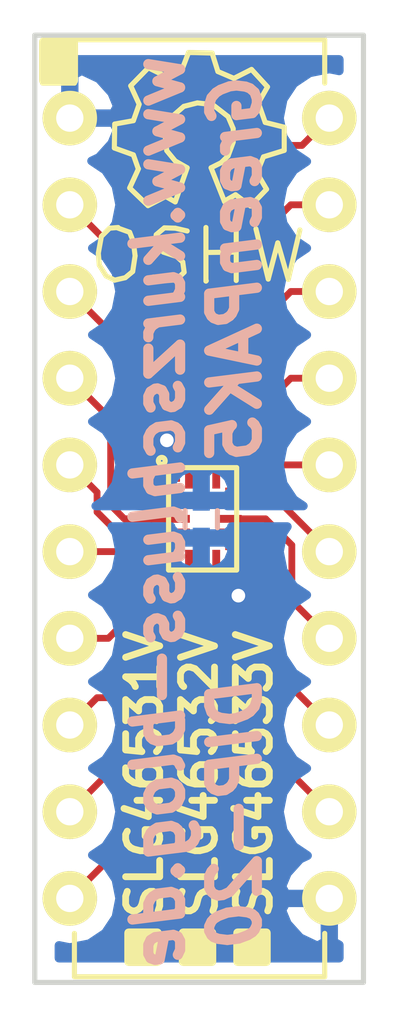
<source format=kicad_pcb>
(kicad_pcb (version 4) (host pcbnew 4.0.2-stable)

  (general
    (links 22)
    (no_connects 0)
    (area 148.895999 120.955999 158.698001 148.855501)
    (thickness 1.6)
    (drawings 6)
    (tracks 101)
    (zones 0)
    (modules 4)
    (nets 21)
  )

  (page A4)
  (layers
    (0 F.Cu signal)
    (31 B.Cu signal)
    (32 B.Adhes user)
    (33 F.Adhes user)
    (34 B.Paste user)
    (35 F.Paste user)
    (36 B.SilkS user)
    (37 F.SilkS user)
    (38 B.Mask user)
    (39 F.Mask user)
    (40 Dwgs.User user)
    (41 Cmts.User user)
    (42 Eco1.User user)
    (43 Eco2.User user)
    (44 Edge.Cuts user)
    (45 Margin user)
    (46 B.CrtYd user)
    (47 F.CrtYd user)
    (48 B.Fab user)
    (49 F.Fab user)
  )

  (setup
    (last_trace_width 0.2)
    (trace_clearance 0.2)
    (zone_clearance 0.508)
    (zone_45_only no)
    (trace_min 0.2)
    (segment_width 0.2)
    (edge_width 0.15)
    (via_size 0.6)
    (via_drill 0.4)
    (via_min_size 0.4)
    (via_min_drill 0.3)
    (uvia_size 0.3)
    (uvia_drill 0.1)
    (uvias_allowed no)
    (uvia_min_size 0.2)
    (uvia_min_drill 0.1)
    (pcb_text_width 0.3)
    (pcb_text_size 1.5 1.5)
    (mod_edge_width 0.15)
    (mod_text_size 1 1)
    (mod_text_width 0.15)
    (pad_size 1.524 1.524)
    (pad_drill 0.762)
    (pad_to_mask_clearance 0.2)
    (aux_axis_origin 0 0)
    (visible_elements 7FFFFFFF)
    (pcbplotparams
      (layerselection 0x010fc_80000001)
      (usegerberextensions false)
      (excludeedgelayer true)
      (linewidth 0.100000)
      (plotframeref false)
      (viasonmask false)
      (mode 1)
      (useauxorigin false)
      (hpglpennumber 1)
      (hpglpenspeed 20)
      (hpglpendiameter 15)
      (hpglpenoverlay 2)
      (psnegative false)
      (psa4output false)
      (plotreference false)
      (plotvalue false)
      (plotinvisibletext false)
      (padsonsilk false)
      (subtractmaskfromsilk false)
      (outputformat 1)
      (mirror false)
      (drillshape 0)
      (scaleselection 1)
      (outputdirectory E3))
  )

  (net 0 "")
  (net 1 "Net-(P1-Pad2)")
  (net 2 "Net-(P1-Pad3)")
  (net 3 "Net-(P1-Pad4)")
  (net 4 "Net-(P1-Pad5)")
  (net 5 "Net-(P1-Pad6)")
  (net 6 "Net-(P1-Pad7)")
  (net 7 "Net-(P1-Pad8)")
  (net 8 "Net-(P1-Pad9)")
  (net 9 "Net-(P1-Pad10)")
  (net 10 "Net-(P1-Pad12)")
  (net 11 "Net-(P1-Pad13)")
  (net 12 "Net-(P1-Pad14)")
  (net 13 "Net-(P1-Pad15)")
  (net 14 "Net-(P1-Pad16)")
  (net 15 "Net-(P1-Pad17)")
  (net 16 "Net-(P1-Pad18)")
  (net 17 "Net-(P1-Pad19)")
  (net 18 "Net-(P1-Pad20)")
  (net 19 GND)
  (net 20 "Net-(C1-Pad2)")

  (net_class Default "Dies ist die voreingestellte Netzklasse."
    (clearance 0.2)
    (trace_width 0.2)
    (via_dia 0.6)
    (via_drill 0.4)
    (uvia_dia 0.3)
    (uvia_drill 0.1)
    (add_net GND)
    (add_net "Net-(C1-Pad2)")
    (add_net "Net-(P1-Pad10)")
    (add_net "Net-(P1-Pad12)")
    (add_net "Net-(P1-Pad13)")
    (add_net "Net-(P1-Pad14)")
    (add_net "Net-(P1-Pad15)")
    (add_net "Net-(P1-Pad16)")
    (add_net "Net-(P1-Pad17)")
    (add_net "Net-(P1-Pad18)")
    (add_net "Net-(P1-Pad19)")
    (add_net "Net-(P1-Pad2)")
    (add_net "Net-(P1-Pad20)")
    (add_net "Net-(P1-Pad3)")
    (add_net "Net-(P1-Pad4)")
    (add_net "Net-(P1-Pad5)")
    (add_net "Net-(P1-Pad6)")
    (add_net "Net-(P1-Pad7)")
    (add_net "Net-(P1-Pad8)")
    (add_net "Net-(P1-Pad9)")
  )

  (module Housings_DIP:DIP-20_W7.62mm (layer F.Cu) (tedit 57C6E1C3) (tstamp 57C6E0D9)
    (at 150 123.46)
    (descr "20-lead dip package, row spacing 7.62 mm (300 mils)")
    (tags "dil dip 2.54 300")
    (path /57C6DFF7)
    (fp_text reference P1 (at 0 -5.22) (layer F.SilkS) hide
      (effects (font (size 1 1) (thickness 0.15)))
    )
    (fp_text value CONN_01X20 (at 0 -3.72) (layer F.Fab) hide
      (effects (font (size 1 1) (thickness 0.15)))
    )
    (fp_line (start -1.05 -2.45) (end -1.05 25.35) (layer F.CrtYd) (width 0.05))
    (fp_line (start 8.65 -2.45) (end 8.65 25.35) (layer F.CrtYd) (width 0.05))
    (fp_line (start -1.05 -2.45) (end 8.65 -2.45) (layer F.CrtYd) (width 0.05))
    (fp_line (start -1.05 25.35) (end 8.65 25.35) (layer F.CrtYd) (width 0.05))
    (fp_line (start 0.135 -2.295) (end 0.135 -1.025) (layer F.SilkS) (width 0.15))
    (fp_line (start 7.485 -2.295) (end 7.485 -1.025) (layer F.SilkS) (width 0.15))
    (fp_line (start 7.485 25.155) (end 7.485 23.885) (layer F.SilkS) (width 0.15))
    (fp_line (start 0.135 25.155) (end 0.135 23.885) (layer F.SilkS) (width 0.15))
    (fp_line (start 0.135 -2.295) (end 7.485 -2.295) (layer F.SilkS) (width 0.15))
    (fp_line (start 0.135 25.155) (end 7.485 25.155) (layer F.SilkS) (width 0.15))
    (fp_line (start 0.135 -1.025) (end -0.8 -1.025) (layer F.SilkS) (width 0.15))
    (pad 1 thru_hole oval (at 0 0) (size 1.6 1.6) (drill 0.8) (layers *.Cu *.Mask F.SilkS)
      (net 20 "Net-(C1-Pad2)"))
    (pad 2 thru_hole oval (at 0 2.54) (size 1.6 1.6) (drill 0.8) (layers *.Cu *.Mask F.SilkS)
      (net 1 "Net-(P1-Pad2)"))
    (pad 3 thru_hole oval (at 0 5.08) (size 1.6 1.6) (drill 0.8) (layers *.Cu *.Mask F.SilkS)
      (net 2 "Net-(P1-Pad3)"))
    (pad 4 thru_hole oval (at 0 7.62) (size 1.6 1.6) (drill 0.8) (layers *.Cu *.Mask F.SilkS)
      (net 3 "Net-(P1-Pad4)"))
    (pad 5 thru_hole oval (at 0 10.16) (size 1.6 1.6) (drill 0.8) (layers *.Cu *.Mask F.SilkS)
      (net 4 "Net-(P1-Pad5)"))
    (pad 6 thru_hole oval (at 0 12.7) (size 1.6 1.6) (drill 0.8) (layers *.Cu *.Mask F.SilkS)
      (net 5 "Net-(P1-Pad6)"))
    (pad 7 thru_hole oval (at 0 15.24) (size 1.6 1.6) (drill 0.8) (layers *.Cu *.Mask F.SilkS)
      (net 6 "Net-(P1-Pad7)"))
    (pad 8 thru_hole oval (at 0 17.78) (size 1.6 1.6) (drill 0.8) (layers *.Cu *.Mask F.SilkS)
      (net 7 "Net-(P1-Pad8)"))
    (pad 9 thru_hole oval (at 0 20.32) (size 1.6 1.6) (drill 0.8) (layers *.Cu *.Mask F.SilkS)
      (net 8 "Net-(P1-Pad9)"))
    (pad 10 thru_hole oval (at 0 22.86) (size 1.6 1.6) (drill 0.8) (layers *.Cu *.Mask F.SilkS)
      (net 9 "Net-(P1-Pad10)"))
    (pad 11 thru_hole oval (at 7.62 22.86) (size 1.6 1.6) (drill 0.8) (layers *.Cu *.Mask F.SilkS)
      (net 19 GND))
    (pad 12 thru_hole oval (at 7.62 20.32) (size 1.6 1.6) (drill 0.8) (layers *.Cu *.Mask F.SilkS)
      (net 10 "Net-(P1-Pad12)"))
    (pad 13 thru_hole oval (at 7.62 17.78) (size 1.6 1.6) (drill 0.8) (layers *.Cu *.Mask F.SilkS)
      (net 11 "Net-(P1-Pad13)"))
    (pad 14 thru_hole oval (at 7.62 15.24) (size 1.6 1.6) (drill 0.8) (layers *.Cu *.Mask F.SilkS)
      (net 12 "Net-(P1-Pad14)"))
    (pad 15 thru_hole oval (at 7.62 12.7) (size 1.6 1.6) (drill 0.8) (layers *.Cu *.Mask F.SilkS)
      (net 13 "Net-(P1-Pad15)"))
    (pad 16 thru_hole oval (at 7.62 10.16) (size 1.6 1.6) (drill 0.8) (layers *.Cu *.Mask F.SilkS)
      (net 14 "Net-(P1-Pad16)"))
    (pad 17 thru_hole oval (at 7.62 7.62) (size 1.6 1.6) (drill 0.8) (layers *.Cu *.Mask F.SilkS)
      (net 15 "Net-(P1-Pad17)"))
    (pad 18 thru_hole oval (at 7.62 5.08) (size 1.6 1.6) (drill 0.8) (layers *.Cu *.Mask F.SilkS)
      (net 16 "Net-(P1-Pad18)"))
    (pad 19 thru_hole oval (at 7.62 2.54) (size 1.6 1.6) (drill 0.8) (layers *.Cu *.Mask F.SilkS)
      (net 17 "Net-(P1-Pad19)"))
    (pad 20 thru_hole oval (at 7.62 0) (size 1.6 1.6) (drill 0.8) (layers *.Cu *.Mask F.SilkS)
      (net 18 "Net-(P1-Pad20)"))
    (model Housings_DIP.3dshapes/DIP-20_W7.62mm.wrl
      (at (xyz 0 0 0))
      (scale (xyz 1 1 1))
      (rotate (xyz 0 0 0))
    )
  )

  (module Capacitors_SMD:C_0402 (layer B.Cu) (tedit 57C6EC98) (tstamp 57C6E115)
    (at 153.86 135.21 90)
    (descr "Capacitor SMD 0402, reflow soldering, AVX (see smccp.pdf)")
    (tags "capacitor 0402")
    (path /57C6E499)
    (attr smd)
    (fp_text reference C1 (at 0 1.7 90) (layer B.SilkS) hide
      (effects (font (size 1 1) (thickness 0.15)) (justify mirror))
    )
    (fp_text value 100n (at -0.68 -7.6195 90) (layer B.Fab) hide
      (effects (font (size 1 1) (thickness 0.15)) (justify mirror))
    )
    (fp_line (start -1.15 0.6) (end 1.15 0.6) (layer B.CrtYd) (width 0.05))
    (fp_line (start -1.15 -0.6) (end 1.15 -0.6) (layer B.CrtYd) (width 0.05))
    (fp_line (start -1.15 0.6) (end -1.15 -0.6) (layer B.CrtYd) (width 0.05))
    (fp_line (start 1.15 0.6) (end 1.15 -0.6) (layer B.CrtYd) (width 0.05))
    (fp_line (start 0.25 0.475) (end -0.25 0.475) (layer B.SilkS) (width 0.15))
    (fp_line (start -0.25 -0.475) (end 0.25 -0.475) (layer B.SilkS) (width 0.15))
    (pad 1 smd rect (at -0.55 0 90) (size 0.6 0.5) (layers B.Cu B.Paste B.Mask)
      (net 19 GND))
    (pad 2 smd rect (at 0.55 0 90) (size 0.6 0.5) (layers B.Cu B.Paste B.Mask)
      (net 20 "Net-(C1-Pad2)"))
    (model Capacitors_SMD.3dshapes/C_0402.wrl
      (at (xyz 0 0 0))
      (scale (xyz 1 1 1))
      (rotate (xyz 0 0 0))
    )
  )

  (module Symbols:Symbol_OSHW-Logo_SilkScreen (layer F.Cu) (tedit 57C6EDAD) (tstamp 57C6ED9B)
    (at 153.797 124.0155)
    (descr "Symbol, OSHW-Logo, Silk Screen,")
    (tags "Symbol, OSHW-Logo, Silk Screen,")
    (attr smd)
    (fp_text reference REF** (at 0.09906 -4.38912) (layer F.SilkS) hide
      (effects (font (size 1 1) (thickness 0.15)))
    )
    (fp_text value Symbol_OSHW-Logo_SilkScreen (at 0.30988 6.56082) (layer F.Fab) hide
      (effects (font (size 1 1) (thickness 0.15)))
    )
    (fp_line (start 1.66878 2.68986) (end 2.02946 4.16052) (layer F.SilkS) (width 0.15))
    (fp_line (start 2.02946 4.16052) (end 2.30886 3.0988) (layer F.SilkS) (width 0.15))
    (fp_line (start 2.30886 3.0988) (end 2.61874 4.17068) (layer F.SilkS) (width 0.15))
    (fp_line (start 2.61874 4.17068) (end 2.9591 2.72034) (layer F.SilkS) (width 0.15))
    (fp_line (start 0.24892 3.38074) (end 1.03886 3.37058) (layer F.SilkS) (width 0.15))
    (fp_line (start 1.03886 3.37058) (end 1.04902 3.38074) (layer F.SilkS) (width 0.15))
    (fp_line (start 1.04902 3.38074) (end 1.04902 3.37058) (layer F.SilkS) (width 0.15))
    (fp_line (start 1.08966 2.65938) (end 1.08966 4.20116) (layer F.SilkS) (width 0.15))
    (fp_line (start 0.20066 2.64922) (end 0.20066 4.21894) (layer F.SilkS) (width 0.15))
    (fp_line (start 0.20066 4.21894) (end 0.21082 4.20878) (layer F.SilkS) (width 0.15))
    (fp_line (start -0.35052 2.75082) (end -0.70104 2.66954) (layer F.SilkS) (width 0.15))
    (fp_line (start -0.70104 2.66954) (end -1.02108 2.65938) (layer F.SilkS) (width 0.15))
    (fp_line (start -1.02108 2.65938) (end -1.25984 2.86004) (layer F.SilkS) (width 0.15))
    (fp_line (start -1.25984 2.86004) (end -1.29032 3.12928) (layer F.SilkS) (width 0.15))
    (fp_line (start -1.29032 3.12928) (end -1.04902 3.37058) (layer F.SilkS) (width 0.15))
    (fp_line (start -1.04902 3.37058) (end -0.6604 3.50012) (layer F.SilkS) (width 0.15))
    (fp_line (start -0.6604 3.50012) (end -0.48006 3.66014) (layer F.SilkS) (width 0.15))
    (fp_line (start -0.48006 3.66014) (end -0.43942 3.95986) (layer F.SilkS) (width 0.15))
    (fp_line (start -0.43942 3.95986) (end -0.67056 4.18084) (layer F.SilkS) (width 0.15))
    (fp_line (start -0.67056 4.18084) (end -0.9906 4.20878) (layer F.SilkS) (width 0.15))
    (fp_line (start -0.9906 4.20878) (end -1.34112 4.09956) (layer F.SilkS) (width 0.15))
    (fp_line (start -2.37998 2.64922) (end -2.6289 2.66954) (layer F.SilkS) (width 0.15))
    (fp_line (start -2.6289 2.66954) (end -2.8702 2.91084) (layer F.SilkS) (width 0.15))
    (fp_line (start -2.8702 2.91084) (end -2.9591 3.40106) (layer F.SilkS) (width 0.15))
    (fp_line (start -2.9591 3.40106) (end -2.93116 3.74904) (layer F.SilkS) (width 0.15))
    (fp_line (start -2.93116 3.74904) (end -2.7305 4.06908) (layer F.SilkS) (width 0.15))
    (fp_line (start -2.7305 4.06908) (end -2.47904 4.191) (layer F.SilkS) (width 0.15))
    (fp_line (start -2.47904 4.191) (end -2.16916 4.11988) (layer F.SilkS) (width 0.15))
    (fp_line (start -2.16916 4.11988) (end -1.95072 3.93954) (layer F.SilkS) (width 0.15))
    (fp_line (start -1.95072 3.93954) (end -1.8796 3.4798) (layer F.SilkS) (width 0.15))
    (fp_line (start -1.8796 3.4798) (end -1.9304 3.07086) (layer F.SilkS) (width 0.15))
    (fp_line (start -1.9304 3.07086) (end -2.03962 2.78892) (layer F.SilkS) (width 0.15))
    (fp_line (start -2.03962 2.78892) (end -2.4003 2.65938) (layer F.SilkS) (width 0.15))
    (fp_line (start -1.78054 0.92964) (end -2.03962 1.49098) (layer F.SilkS) (width 0.15))
    (fp_line (start -2.03962 1.49098) (end -1.50114 2.00914) (layer F.SilkS) (width 0.15))
    (fp_line (start -1.50114 2.00914) (end -0.98044 1.7399) (layer F.SilkS) (width 0.15))
    (fp_line (start -0.98044 1.7399) (end -0.70104 1.89992) (layer F.SilkS) (width 0.15))
    (fp_line (start 0.73914 1.8796) (end 1.06934 1.6891) (layer F.SilkS) (width 0.15))
    (fp_line (start 1.06934 1.6891) (end 1.50876 2.0193) (layer F.SilkS) (width 0.15))
    (fp_line (start 1.50876 2.0193) (end 1.9812 1.52908) (layer F.SilkS) (width 0.15))
    (fp_line (start 1.9812 1.52908) (end 1.69926 1.04902) (layer F.SilkS) (width 0.15))
    (fp_line (start 1.69926 1.04902) (end 1.88976 0.57912) (layer F.SilkS) (width 0.15))
    (fp_line (start 1.88976 0.57912) (end 2.49936 0.39116) (layer F.SilkS) (width 0.15))
    (fp_line (start 2.49936 0.39116) (end 2.49936 -0.28956) (layer F.SilkS) (width 0.15))
    (fp_line (start 2.49936 -0.28956) (end 1.94056 -0.42926) (layer F.SilkS) (width 0.15))
    (fp_line (start 1.94056 -0.42926) (end 1.7399 -1.00076) (layer F.SilkS) (width 0.15))
    (fp_line (start 1.7399 -1.00076) (end 2.00914 -1.47066) (layer F.SilkS) (width 0.15))
    (fp_line (start 2.00914 -1.47066) (end 1.53924 -1.9812) (layer F.SilkS) (width 0.15))
    (fp_line (start 1.53924 -1.9812) (end 1.02108 -1.71958) (layer F.SilkS) (width 0.15))
    (fp_line (start 1.02108 -1.71958) (end 0.55118 -1.92024) (layer F.SilkS) (width 0.15))
    (fp_line (start 0.55118 -1.92024) (end 0.381 -2.46126) (layer F.SilkS) (width 0.15))
    (fp_line (start 0.381 -2.46126) (end -0.30988 -2.47904) (layer F.SilkS) (width 0.15))
    (fp_line (start -0.30988 -2.47904) (end -0.5207 -1.9304) (layer F.SilkS) (width 0.15))
    (fp_line (start -0.5207 -1.9304) (end -0.9398 -1.76022) (layer F.SilkS) (width 0.15))
    (fp_line (start -0.9398 -1.76022) (end -1.49098 -2.02946) (layer F.SilkS) (width 0.15))
    (fp_line (start -1.49098 -2.02946) (end -2.00914 -1.50114) (layer F.SilkS) (width 0.15))
    (fp_line (start -2.00914 -1.50114) (end -1.76022 -0.96012) (layer F.SilkS) (width 0.15))
    (fp_line (start -1.76022 -0.96012) (end -1.9304 -0.48006) (layer F.SilkS) (width 0.15))
    (fp_line (start -1.9304 -0.48006) (end -2.47904 -0.381) (layer F.SilkS) (width 0.15))
    (fp_line (start -2.47904 -0.381) (end -2.4892 0.32004) (layer F.SilkS) (width 0.15))
    (fp_line (start -2.4892 0.32004) (end -1.9304 0.5207) (layer F.SilkS) (width 0.15))
    (fp_line (start -1.9304 0.5207) (end -1.7907 0.91948) (layer F.SilkS) (width 0.15))
    (fp_line (start 0.35052 0.89916) (end 0.65024 0.7493) (layer F.SilkS) (width 0.15))
    (fp_line (start 0.65024 0.7493) (end 0.8509 0.55118) (layer F.SilkS) (width 0.15))
    (fp_line (start 0.8509 0.55118) (end 1.00076 0.14986) (layer F.SilkS) (width 0.15))
    (fp_line (start 1.00076 0.14986) (end 1.00076 -0.24892) (layer F.SilkS) (width 0.15))
    (fp_line (start 1.00076 -0.24892) (end 0.8509 -0.59944) (layer F.SilkS) (width 0.15))
    (fp_line (start 0.8509 -0.59944) (end 0.39878 -0.94996) (layer F.SilkS) (width 0.15))
    (fp_line (start 0.39878 -0.94996) (end -0.0508 -1.00076) (layer F.SilkS) (width 0.15))
    (fp_line (start -0.0508 -1.00076) (end -0.44958 -0.89916) (layer F.SilkS) (width 0.15))
    (fp_line (start -0.44958 -0.89916) (end -0.8509 -0.55118) (layer F.SilkS) (width 0.15))
    (fp_line (start -0.8509 -0.55118) (end -1.00076 -0.09906) (layer F.SilkS) (width 0.15))
    (fp_line (start -1.00076 -0.09906) (end -0.94996 0.39878) (layer F.SilkS) (width 0.15))
    (fp_line (start -0.94996 0.39878) (end -0.70104 0.70104) (layer F.SilkS) (width 0.15))
    (fp_line (start -0.70104 0.70104) (end -0.35052 0.89916) (layer F.SilkS) (width 0.15))
    (fp_line (start -0.35052 0.89916) (end -0.70104 1.89992) (layer F.SilkS) (width 0.15))
    (fp_line (start 0.35052 0.89916) (end 0.7493 1.89992) (layer F.SilkS) (width 0.15))
  )

  (module sirona:SLG4653X (layer F.Cu) (tedit 57C9213D) (tstamp 57C6E0F1)
    (at 153.9 134)
    (path /57C6DF78)
    (attr smd)
    (fp_text reference U1 (at 0 -1.2) (layer F.SilkS) hide
      (effects (font (size 1 1) (thickness 0.15)))
    )
    (fp_text value SLG46531 (at 9.1045 1.128 90) (layer F.Fab) hide
      (effects (font (size 1 1) (thickness 0.15)))
    )
    (fp_circle (center -1.2 -0.5) (end -1.3 -0.5) (layer F.SilkS) (width 0.15))
    (fp_line (start -1 2.7) (end 1 2.7) (layer F.SilkS) (width 0.15))
    (fp_line (start -1 -0.3) (end -1 2.7) (layer F.SilkS) (width 0.15))
    (fp_line (start 1 -0.3) (end 1 2.7) (layer F.SilkS) (width 0.15))
    (fp_line (start -1 -0.3) (end 1 -0.3) (layer F.SilkS) (width 0.15))
    (pad 1 smd rect (at -0.907 0) (size 0.485 0.23) (layers F.Cu F.Paste F.Mask)
      (net 20 "Net-(C1-Pad2)") (solder_paste_margin -0.05))
    (pad 2 smd rect (at -0.907 0.4) (size 0.485 0.23) (layers F.Cu F.Paste F.Mask)
      (net 1 "Net-(P1-Pad2)") (solder_paste_margin -0.05))
    (pad 3 smd rect (at -0.907 0.8) (size 0.975 0.23) (drill (offset 0.245 0)) (layers F.Cu F.Paste F.Mask)
      (net 2 "Net-(P1-Pad3)") (solder_paste_margin -0.05))
    (pad 4 smd rect (at -0.907 1.2) (size 0.775 0.23) (drill (offset 0.145 0)) (layers F.Cu F.Paste F.Mask)
      (net 3 "Net-(P1-Pad4)") (solder_paste_margin -0.05))
    (pad 5 smd rect (at -0.907 1.6) (size 0.775 0.23) (drill (offset 0.145 0)) (layers F.Cu F.Paste F.Mask)
      (net 4 "Net-(P1-Pad5)") (solder_paste_margin -0.05))
    (pad 6 smd rect (at -0.907 2) (size 0.485 0.23) (layers F.Cu F.Paste F.Mask)
      (net 5 "Net-(P1-Pad6)") (solder_paste_margin -0.05))
    (pad 7 smd rect (at -0.907 2.4) (size 0.485 0.23) (layers F.Cu F.Paste F.Mask)
      (net 6 "Net-(P1-Pad7)") (solder_paste_margin -0.05))
    (pad 20 smd rect (at -0.4 0) (size 0.23 0.775) (drill (offset 0 -0.075)) (layers F.Cu F.Paste F.Mask)
      (net 18 "Net-(P1-Pad20)") (solder_paste_margin -0.05))
    (pad 19 smd rect (at 0 0) (size 0.23 0.775) (drill (offset 0 -0.075)) (layers F.Cu F.Paste F.Mask)
      (net 17 "Net-(P1-Pad19)") (solder_paste_margin -0.05))
    (pad 18 smd rect (at 0.4 0) (size 0.23 0.775) (drill (offset 0 -0.075)) (layers F.Cu F.Paste F.Mask)
      (net 16 "Net-(P1-Pad18)") (solder_paste_margin -0.05))
    (pad 17 smd rect (at 0.907 0) (size 0.485 0.23) (layers F.Cu F.Paste F.Mask)
      (net 15 "Net-(P1-Pad17)") (solder_paste_margin -0.05))
    (pad 16 smd rect (at 0.907 0.4) (size 0.485 0.23) (layers F.Cu F.Paste F.Mask)
      (net 14 "Net-(P1-Pad16)") (solder_paste_margin -0.05))
    (pad 15 smd rect (at 0.907 0.8) (size 0.775 0.23) (drill (offset -0.145 0)) (layers F.Cu F.Paste F.Mask)
      (net 13 "Net-(P1-Pad15)") (solder_paste_margin -0.05))
    (pad 14 smd rect (at 0.907 1.2) (size 0.775 0.23) (drill (offset -0.145 0)) (layers F.Cu F.Paste F.Mask)
      (net 12 "Net-(P1-Pad14)") (solder_paste_margin -0.05))
    (pad 13 smd rect (at 0.907 1.6) (size 0.775 0.23) (drill (offset -0.145 0)) (layers F.Cu F.Paste F.Mask)
      (net 11 "Net-(P1-Pad13)") (solder_paste_margin -0.05))
    (pad 12 smd rect (at 0.907 2) (size 0.485 0.23) (layers F.Cu F.Paste F.Mask)
      (net 10 "Net-(P1-Pad12)") (solder_paste_margin -0.05))
    (pad 11 smd rect (at 0.907 2.4) (size 0.485 0.23) (layers F.Cu F.Paste F.Mask)
      (net 19 GND) (solder_paste_margin -0.05))
    (pad 9 smd rect (at 0 2.6) (size 0.23 0.775) (drill (offset 0 -0.105)) (layers F.Cu F.Paste F.Mask)
      (net 8 "Net-(P1-Pad9)") (solder_paste_margin -0.05))
    (pad 8 smd rect (at -0.4 2.6) (size 0.23 0.775) (drill (offset 0 -0.105)) (layers F.Cu F.Paste F.Mask)
      (net 7 "Net-(P1-Pad8)") (solder_paste_margin -0.05))
    (pad 10 smd rect (at 0.4 2.6) (size 0.23 0.775) (drill (offset 0 -0.105)) (layers F.Cu F.Paste F.Mask)
      (net 9 "Net-(P1-Pad10)") (solder_paste_margin -0.05))
  )

  (gr_text "SLG46531V\nSLG46532V\nSLG46533V" (at 153.797 142.6845 90) (layer F.SilkS)
    (effects (font (size 1 1) (thickness 0.2)))
  )
  (gr_text "www.kurzschluss-blog.de\nGreenPAK5      DIP-20" (at 153.7335 134.9375 90) (layer B.SilkS)
    (effects (font (size 1.4 1.4) (thickness 0.3) italic) (justify mirror))
  )
  (gr_line (start 158.623 121.031) (end 148.971 121.031) (layer Edge.Cuts) (width 0.15))
  (gr_line (start 158.623 148.7805) (end 158.623 121.031) (layer Edge.Cuts) (width 0.15))
  (gr_line (start 148.971 148.7805) (end 158.623 148.7805) (layer Edge.Cuts) (width 0.15))
  (gr_line (start 148.971 121.031) (end 148.971 148.7805) (layer Edge.Cuts) (width 0.15))

  (segment (start 150 126) (end 152 128) (width 0.2) (layer F.Cu) (net 1))
  (segment (start 152 128) (end 152 134.1) (width 0.2) (layer F.Cu) (net 1))
  (segment (start 152 134.1) (end 152.289982 134.389982) (width 0.2) (layer F.Cu) (net 1))
  (segment (start 152.289982 134.389982) (end 152.48548 134.389982) (width 0.2) (layer F.Cu) (net 1))
  (segment (start 152.289982 134.389982) (end 152.3 134.389982) (width 0.2) (layer F.Cu) (net 1))
  (segment (start 152.993 134.4) (end 152.3 134.389982) (width 0.2) (layer F.Cu) (net 1))
  (segment (start 152.3 134.389982) (end 152.3 134.4) (width 0.2) (layer F.Cu) (net 1))
  (segment (start 152.993 134.8) (end 152.6 134.793744) (width 0.2) (layer F.Cu) (net 2))
  (segment (start 152.6 134.793744) (end 152.559442 134.793744) (width 0.2) (layer F.Cu) (net 2))
  (segment (start 152.559442 134.793744) (end 152.55569 134.789992) (width 0.2) (layer F.Cu) (net 2))
  (segment (start 152.55569 134.789992) (end 152.22431 134.789992) (width 0.2) (layer F.Cu) (net 2))
  (segment (start 152.22431 134.789992) (end 152.220558 134.793744) (width 0.2) (layer F.Cu) (net 2))
  (segment (start 152.220558 134.793744) (end 151.893744 134.793744) (width 0.2) (layer F.Cu) (net 2))
  (segment (start 151.893744 134.793744) (end 151.60002 134.50002) (width 0.2) (layer F.Cu) (net 2))
  (segment (start 151.60002 134.50002) (end 151.60002 134.1843) (width 0.2) (layer F.Cu) (net 2))
  (segment (start 151.60002 134.1843) (end 151.6 134.18428) (width 0.2) (layer F.Cu) (net 2))
  (segment (start 151.6 134.18428) (end 151.6 130.14) (width 0.2) (layer F.Cu) (net 2))
  (segment (start 151.6 130.14) (end 150.799999 129.339999) (width 0.2) (layer F.Cu) (net 2))
  (segment (start 150.799999 129.339999) (end 150 128.54) (width 0.2) (layer F.Cu) (net 2))
  (segment (start 152.4 135.2) (end 151.6 135.2) (width 0.2) (layer F.Cu) (net 3))
  (segment (start 151.6 135.2) (end 151.20001 134.80001) (width 0.2) (layer F.Cu) (net 3))
  (segment (start 151.20001 134.80001) (end 151.20001 134.349989) (width 0.2) (layer F.Cu) (net 3))
  (segment (start 151.20001 134.349989) (end 151.199989 134.349989) (width 0.2) (layer F.Cu) (net 3))
  (segment (start 151.199989 134.349989) (end 151.199989 132.279989) (width 0.2) (layer F.Cu) (net 3))
  (segment (start 151.199989 132.279989) (end 150 131.08) (width 0.2) (layer F.Cu) (net 3))
  (segment (start 152.993 135.2) (end 152.4 135.2) (width 0.2) (layer F.Cu) (net 3))
  (segment (start 152.4 135.2) (end 152.39 135.19) (width 0.2) (layer F.Cu) (net 3) (tstamp 57C6E23E))
  (segment (start 152.993 135.6) (end 151.4 135.6) (width 0.2) (layer F.Cu) (net 4))
  (segment (start 151.4 135.6) (end 150.8 135) (width 0.2) (layer F.Cu) (net 4))
  (segment (start 150.8 135) (end 150.8 134.42) (width 0.2) (layer F.Cu) (net 4))
  (segment (start 150.8 134.42) (end 150 133.62) (width 0.2) (layer F.Cu) (net 4))
  (segment (start 152.38 136) (end 152.22 136.16) (width 0.2) (layer F.Cu) (net 5))
  (segment (start 152.22 136.16) (end 150 136.16) (width 0.2) (layer F.Cu) (net 5))
  (segment (start 152.993 136) (end 152.38 136) (width 0.2) (layer F.Cu) (net 5))
  (segment (start 150 138.7) (end 151.13137 138.7) (width 0.2) (layer F.Cu) (net 6))
  (segment (start 151.13137 138.7) (end 152.19 137.64137) (width 0.2) (layer F.Cu) (net 6))
  (segment (start 152.19 137.64137) (end 152.19 136.82) (width 0.2) (layer F.Cu) (net 6))
  (segment (start 152.993 136.4) (end 152.61 136.4) (width 0.2) (layer F.Cu) (net 6))
  (segment (start 152.61 136.4) (end 152.19 136.82) (width 0.2) (layer F.Cu) (net 6) (tstamp 57C6E247))
  (segment (start 153.5 136.86) (end 153.5 137.137502) (width 0.2) (layer F.Cu) (net 7))
  (segment (start 151.969999 140.440001) (end 153.5 138.91) (width 0.2) (layer F.Cu) (net 7))
  (segment (start 153.5 138.91) (end 153.5 137.137502) (width 0.2) (layer F.Cu) (net 7))
  (segment (start 150 141.24) (end 150.799999 140.440001) (width 0.2) (layer F.Cu) (net 7))
  (segment (start 150.799999 140.440001) (end 151.969999 140.440001) (width 0.2) (layer F.Cu) (net 7))
  (segment (start 153.5 136.6) (end 153.5 136.86) (width 0.2) (layer F.Cu) (net 7))
  (segment (start 153.9 136.6) (end 153.9 137.55) (width 0.2) (layer F.Cu) (net 8))
  (segment (start 153.9 137.55) (end 153.9 137.73) (width 0.2) (layer F.Cu) (net 8))
  (segment (start 150 143.78) (end 153.9 139.88) (width 0.2) (layer F.Cu) (net 8))
  (segment (start 153.9 139.88) (end 153.9 137.55) (width 0.2) (layer F.Cu) (net 8))
  (segment (start 154.3 137.24) (end 154.3 137.34) (width 0.2) (layer F.Cu) (net 9))
  (segment (start 154.3 136.6) (end 154.3 137.24) (width 0.2) (layer F.Cu) (net 9))
  (segment (start 154.3 137.24) (end 154.3 142.02) (width 0.2) (layer F.Cu) (net 9))
  (segment (start 154.3 142.02) (end 150 146.32) (width 0.2) (layer F.Cu) (net 9))
  (segment (start 157.62 143.78) (end 155.61 141.77) (width 0.2) (layer F.Cu) (net 10))
  (segment (start 155.61 141.77) (end 155.61 136.35) (width 0.2) (layer F.Cu) (net 10))
  (segment (start 154.807 136) (end 155.26 136) (width 0.2) (layer F.Cu) (net 10))
  (segment (start 155.26 136) (end 155.61 136.35) (width 0.2) (layer F.Cu) (net 10) (tstamp 57C6E3BB))
  (segment (start 154.807 135.6) (end 155.425698 135.6) (width 0.2) (layer F.Cu) (net 11))
  (segment (start 155.425698 135.6) (end 156.010008 136.18431) (width 0.2) (layer F.Cu) (net 11))
  (segment (start 156.010008 136.18431) (end 156.010008 139.630008) (width 0.2) (layer F.Cu) (net 11))
  (segment (start 156.010008 139.630008) (end 157.62 141.24) (width 0.2) (layer F.Cu) (net 11))
  (segment (start 157.62 138.7) (end 156.519999 137.599999) (width 0.2) (layer F.Cu) (net 12))
  (segment (start 156.519999 137.599999) (end 156.519999 135.969999) (width 0.2) (layer F.Cu) (net 12))
  (segment (start 156.519999 135.969999) (end 155.75 135.2) (width 0.2) (layer F.Cu) (net 12))
  (segment (start 155.75 135.2) (end 154.807 135.2) (width 0.2) (layer F.Cu) (net 12))
  (segment (start 157.62 136.16) (end 156.26 134.8) (width 0.2) (layer F.Cu) (net 13))
  (segment (start 156.26 134.8) (end 156.02 134.8) (width 0.2) (layer F.Cu) (net 13))
  (segment (start 154.807 134.8) (end 156.02 134.8) (width 0.2) (layer F.Cu) (net 13))
  (segment (start 154.807 134.4) (end 155.29 134.4) (width 0.2) (layer F.Cu) (net 14))
  (segment (start 157.62 133.62) (end 156.07 133.62) (width 0.2) (layer F.Cu) (net 14))
  (segment (start 156.07 133.62) (end 155.29 134.4) (width 0.2) (layer F.Cu) (net 14))
  (segment (start 157.62 131.08) (end 156.48863 131.08) (width 0.2) (layer F.Cu) (net 15))
  (segment (start 156.48863 131.08) (end 154.807 132.76163) (width 0.2) (layer F.Cu) (net 15))
  (segment (start 154.807 132.76163) (end 154.807 133.673) (width 0.2) (layer F.Cu) (net 15))
  (segment (start 154.807 134) (end 154.807 133.673) (width 0.2) (layer F.Cu) (net 15))
  (segment (start 154.3 134) (end 154.3 132.92) (width 0.2) (layer F.Cu) (net 16))
  (segment (start 154.3 132.92) (end 154.3 132.56) (width 0.2) (layer F.Cu) (net 16))
  (segment (start 157.62 128.54) (end 156.48863 128.54) (width 0.2) (layer F.Cu) (net 16))
  (segment (start 156.48863 128.54) (end 154.3 130.72863) (width 0.2) (layer F.Cu) (net 16))
  (segment (start 154.3 130.72863) (end 154.3 132.92) (width 0.2) (layer F.Cu) (net 16))
  (segment (start 153.9 134) (end 153.9 131.71) (width 0.2) (layer F.Cu) (net 17))
  (segment (start 153.9 131.71) (end 153.9 131.55) (width 0.2) (layer F.Cu) (net 17))
  (segment (start 157.62 126) (end 156.48863 126) (width 0.2) (layer F.Cu) (net 17))
  (segment (start 156.48863 126) (end 153.9 128.58863) (width 0.2) (layer F.Cu) (net 17))
  (segment (start 153.9 128.58863) (end 153.9 131.71) (width 0.2) (layer F.Cu) (net 17))
  (segment (start 155.760001 124.259999) (end 153.5 126.52) (width 0.2) (layer F.Cu) (net 18))
  (segment (start 153.5 126.52) (end 153.5 129.18) (width 0.2) (layer F.Cu) (net 18))
  (segment (start 157.62 123.46) (end 156.820001 124.259999) (width 0.2) (layer F.Cu) (net 18))
  (segment (start 156.820001 124.259999) (end 155.760001 124.259999) (width 0.2) (layer F.Cu) (net 18))
  (segment (start 153.5 134) (end 153.5 129.18) (width 0.2) (layer F.Cu) (net 18))
  (segment (start 154.95 137.45) (end 154.95 137.025736) (width 0.2) (layer F.Cu) (net 19))
  (segment (start 154.95 137.025736) (end 154.807 136.882736) (width 0.2) (layer F.Cu) (net 19))
  (segment (start 154.807 136.882736) (end 154.807 136.415001) (width 0.2) (layer F.Cu) (net 19))
  (segment (start 154.807 137.3) (end 154.807 137.307) (width 0.2) (layer F.Cu) (net 19))
  (segment (start 154.807 137.307) (end 154.95 137.45) (width 0.2) (layer F.Cu) (net 19))
  (via (at 154.95 137.45) (size 0.6) (drill 0.4) (layers F.Cu B.Cu) (net 19))
  (segment (start 152.85 132.9) (end 152.85 133.324264) (width 0.2) (layer F.Cu) (net 20))
  (segment (start 152.85 133.324264) (end 152.993 133.467264) (width 0.2) (layer F.Cu) (net 20))
  (segment (start 152.993 133.467264) (end 152.993 133.984999) (width 0.2) (layer F.Cu) (net 20))
  (segment (start 152.993 132.757) (end 152.85 132.9) (width 0.2) (layer F.Cu) (net 20))
  (via (at 152.85 132.9) (size 0.6) (drill 0.4) (layers F.Cu B.Cu) (net 20))

  (zone (net 20) (net_name "Net-(C1-Pad2)") (layer B.Cu) (tstamp 0) (hatch edge 0.508)
    (connect_pads (clearance 0.508))
    (min_thickness 0.254)
    (fill yes (arc_segments 16) (thermal_gap 0.508) (thermal_bridge_width 0.508))
    (polygon
      (pts
        (xy 148 120) (xy 147.95 134.95) (xy 159.95 134.95) (xy 160 120)
      )
    )
    (filled_polygon
      (pts
        (xy 157.913 122.077689) (xy 157.648113 122.025) (xy 157.591887 122.025) (xy 157.042736 122.134233) (xy 156.577189 122.445302)
        (xy 156.26612 122.910849) (xy 156.156887 123.46) (xy 156.26612 124.009151) (xy 156.577189 124.474698) (xy 156.959275 124.73)
        (xy 156.577189 124.985302) (xy 156.26612 125.450849) (xy 156.156887 126) (xy 156.26612 126.549151) (xy 156.577189 127.014698)
        (xy 156.959275 127.27) (xy 156.577189 127.525302) (xy 156.26612 127.990849) (xy 156.156887 128.54) (xy 156.26612 129.089151)
        (xy 156.577189 129.554698) (xy 156.959275 129.81) (xy 156.577189 130.065302) (xy 156.26612 130.530849) (xy 156.156887 131.08)
        (xy 156.26612 131.629151) (xy 156.577189 132.094698) (xy 156.959275 132.35) (xy 156.577189 132.605302) (xy 156.26612 133.070849)
        (xy 156.156887 133.62) (xy 156.26612 134.169151) (xy 156.577189 134.634698) (xy 156.859003 134.823) (xy 154.62225 134.823)
        (xy 154.58625 134.787) (xy 153.985 134.787) (xy 153.985 134.807) (xy 153.735 134.807) (xy 153.735 134.787)
        (xy 153.13375 134.787) (xy 153.09775 134.823) (xy 150.760997 134.823) (xy 151.042811 134.634698) (xy 151.310755 134.233691)
        (xy 152.975 134.233691) (xy 152.975 134.37425) (xy 153.13375 134.533) (xy 153.735 134.533) (xy 153.735 133.88375)
        (xy 153.985 133.88375) (xy 153.985 134.533) (xy 154.58625 134.533) (xy 154.745 134.37425) (xy 154.745 134.233691)
        (xy 154.648327 134.000302) (xy 154.469699 133.821673) (xy 154.23631 133.725) (xy 154.14375 133.725) (xy 153.985 133.88375)
        (xy 153.735 133.88375) (xy 153.57625 133.725) (xy 153.48369 133.725) (xy 153.250301 133.821673) (xy 153.071673 134.000302)
        (xy 152.975 134.233691) (xy 151.310755 134.233691) (xy 151.35388 134.169151) (xy 151.463113 133.62) (xy 151.35388 133.070849)
        (xy 151.042811 132.605302) (xy 150.660725 132.35) (xy 151.042811 132.094698) (xy 151.35388 131.629151) (xy 151.463113 131.08)
        (xy 151.35388 130.530849) (xy 151.042811 130.065302) (xy 150.660725 129.81) (xy 151.042811 129.554698) (xy 151.35388 129.089151)
        (xy 151.463113 128.54) (xy 151.35388 127.990849) (xy 151.042811 127.525302) (xy 150.660725 127.27) (xy 151.042811 127.014698)
        (xy 151.35388 126.549151) (xy 151.463113 126) (xy 151.35388 125.450849) (xy 151.042811 124.985302) (xy 150.638297 124.715014)
        (xy 150.855134 124.612389) (xy 151.231041 124.197423) (xy 151.391904 123.809039) (xy 151.269915 123.587) (xy 150.127 123.587)
        (xy 150.127 123.607) (xy 149.873 123.607) (xy 149.873 123.587) (xy 149.853 123.587) (xy 149.853 123.333)
        (xy 149.873 123.333) (xy 149.873 122.189371) (xy 150.127 122.189371) (xy 150.127 123.333) (xy 151.269915 123.333)
        (xy 151.391904 123.110961) (xy 151.231041 122.722577) (xy 150.855134 122.307611) (xy 150.349041 122.068086) (xy 150.127 122.189371)
        (xy 149.873 122.189371) (xy 149.681 122.084495) (xy 149.681 121.741) (xy 157.913 121.741)
      )
    )
  )
  (zone (net 19) (net_name GND) (layer B.Cu) (tstamp 0) (hatch edge 0.508)
    (connect_pads (clearance 0.508))
    (min_thickness 0.254)
    (fill yes (arc_segments 16) (thermal_gap 0.508) (thermal_bridge_width 0.508))
    (polygon
      (pts
        (xy 148 135.3) (xy 148 150) (xy 159 150) (xy 160 150) (xy 160 135.3)
      )
    )
    (filled_polygon
      (pts
        (xy 152.975 135.47425) (xy 153.13375 135.633) (xy 153.735 135.633) (xy 153.735 135.613) (xy 153.985 135.613)
        (xy 153.985 135.633) (xy 154.58625 135.633) (xy 154.745 135.47425) (xy 154.745 135.427) (xy 156.388964 135.427)
        (xy 156.26612 135.610849) (xy 156.156887 136.16) (xy 156.26612 136.709151) (xy 156.577189 137.174698) (xy 156.959275 137.43)
        (xy 156.577189 137.685302) (xy 156.26612 138.150849) (xy 156.156887 138.7) (xy 156.26612 139.249151) (xy 156.577189 139.714698)
        (xy 156.959275 139.97) (xy 156.577189 140.225302) (xy 156.26612 140.690849) (xy 156.156887 141.24) (xy 156.26612 141.789151)
        (xy 156.577189 142.254698) (xy 156.959275 142.51) (xy 156.577189 142.765302) (xy 156.26612 143.230849) (xy 156.156887 143.78)
        (xy 156.26612 144.329151) (xy 156.577189 144.794698) (xy 156.981703 145.064986) (xy 156.764866 145.167611) (xy 156.388959 145.582577)
        (xy 156.228096 145.970961) (xy 156.350085 146.193) (xy 157.493 146.193) (xy 157.493 146.173) (xy 157.747 146.173)
        (xy 157.747 146.193) (xy 157.767 146.193) (xy 157.767 146.447) (xy 157.747 146.447) (xy 157.747 147.590629)
        (xy 157.913 147.681303) (xy 157.913 148.0705) (xy 149.681 148.0705) (xy 149.681 147.697139) (xy 149.971887 147.755)
        (xy 150.028113 147.755) (xy 150.577264 147.645767) (xy 151.042811 147.334698) (xy 151.35388 146.869151) (xy 151.393684 146.669039)
        (xy 156.228096 146.669039) (xy 156.388959 147.057423) (xy 156.764866 147.472389) (xy 157.270959 147.711914) (xy 157.493 147.590629)
        (xy 157.493 146.447) (xy 156.350085 146.447) (xy 156.228096 146.669039) (xy 151.393684 146.669039) (xy 151.463113 146.32)
        (xy 151.35388 145.770849) (xy 151.042811 145.305302) (xy 150.660725 145.05) (xy 151.042811 144.794698) (xy 151.35388 144.329151)
        (xy 151.463113 143.78) (xy 151.35388 143.230849) (xy 151.042811 142.765302) (xy 150.660725 142.51) (xy 151.042811 142.254698)
        (xy 151.35388 141.789151) (xy 151.463113 141.24) (xy 151.35388 140.690849) (xy 151.042811 140.225302) (xy 150.660725 139.97)
        (xy 151.042811 139.714698) (xy 151.35388 139.249151) (xy 151.463113 138.7) (xy 151.35388 138.150849) (xy 151.042811 137.685302)
        (xy 150.660725 137.43) (xy 151.042811 137.174698) (xy 151.35388 136.709151) (xy 151.463113 136.16) (xy 151.440388 136.04575)
        (xy 152.975 136.04575) (xy 152.975 136.186309) (xy 153.071673 136.419698) (xy 153.250301 136.598327) (xy 153.48369 136.695)
        (xy 153.57625 136.695) (xy 153.735 136.53625) (xy 153.735 135.887) (xy 153.985 135.887) (xy 153.985 136.53625)
        (xy 154.14375 136.695) (xy 154.23631 136.695) (xy 154.469699 136.598327) (xy 154.648327 136.419698) (xy 154.745 136.186309)
        (xy 154.745 136.04575) (xy 154.58625 135.887) (xy 153.985 135.887) (xy 153.735 135.887) (xy 153.13375 135.887)
        (xy 152.975 136.04575) (xy 151.440388 136.04575) (xy 151.35388 135.610849) (xy 151.231036 135.427) (xy 152.975 135.427)
      )
    )
  )
  (zone (net 0) (net_name "") (layer F.SilkS) (tstamp 0) (hatch edge 0.508)
    (connect_pads (clearance 0.508))
    (min_thickness 0.254)
    (fill yes (arc_segments 16) (thermal_gap 0.508) (thermal_bridge_width 0.508))
    (polygon
      (pts
        (xy 150.241 122.4915) (xy 149.098 122.4915) (xy 149.098 121.0945) (xy 150.241 121.0945)
      )
    )
    (filled_polygon
      (pts
        (xy 150.114 122.3645) (xy 149.225 122.3645) (xy 149.225 121.2215) (xy 150.114 121.2215)
      )
    )
  )
  (zone (net 0) (net_name "") (layer F.SilkS) (tstamp 0) (hatch edge 0.508)
    (connect_pads (clearance 0.508))
    (min_thickness 0.254)
    (fill yes (arc_segments 16) (thermal_gap 0.508) (thermal_bridge_width 0.508))
    (polygon
      (pts
        (xy 151.6 147.2) (xy 152.7 147.2) (xy 152.7 148.3) (xy 151.6 148.3)
      )
    )
    (filled_polygon
      (pts
        (xy 152.573 148.173) (xy 151.727 148.173) (xy 151.727 147.327) (xy 152.573 147.327)
      )
    )
  )
  (zone (net 0) (net_name "") (layer F.SilkS) (tstamp 0) (hatch edge 0.508)
    (connect_pads (clearance 0.508))
    (min_thickness 0.254)
    (fill yes (arc_segments 16) (thermal_gap 0.508) (thermal_bridge_width 0.508))
    (polygon
      (pts
        (xy 153.2 147.2) (xy 154.3 147.2) (xy 154.3 148.3) (xy 153.2 148.3)
      )
    )
    (filled_polygon
      (pts
        (xy 154.173 148.173) (xy 153.327 148.173) (xy 153.327 147.327) (xy 154.173 147.327)
      )
    )
  )
  (zone (net 0) (net_name "") (layer F.SilkS) (tstamp 0) (hatch edge 0.508)
    (connect_pads (clearance 0.508))
    (min_thickness 0.254)
    (fill yes (arc_segments 16) (thermal_gap 0.508) (thermal_bridge_width 0.508))
    (polygon
      (pts
        (xy 154.8 147.2) (xy 155.9 147.2) (xy 155.9 148.3) (xy 154.8 148.3)
      )
    )
    (filled_polygon
      (pts
        (xy 155.773 148.173) (xy 154.927 148.173) (xy 154.927 147.327) (xy 155.773 147.327)
      )
    )
  )
)

</source>
